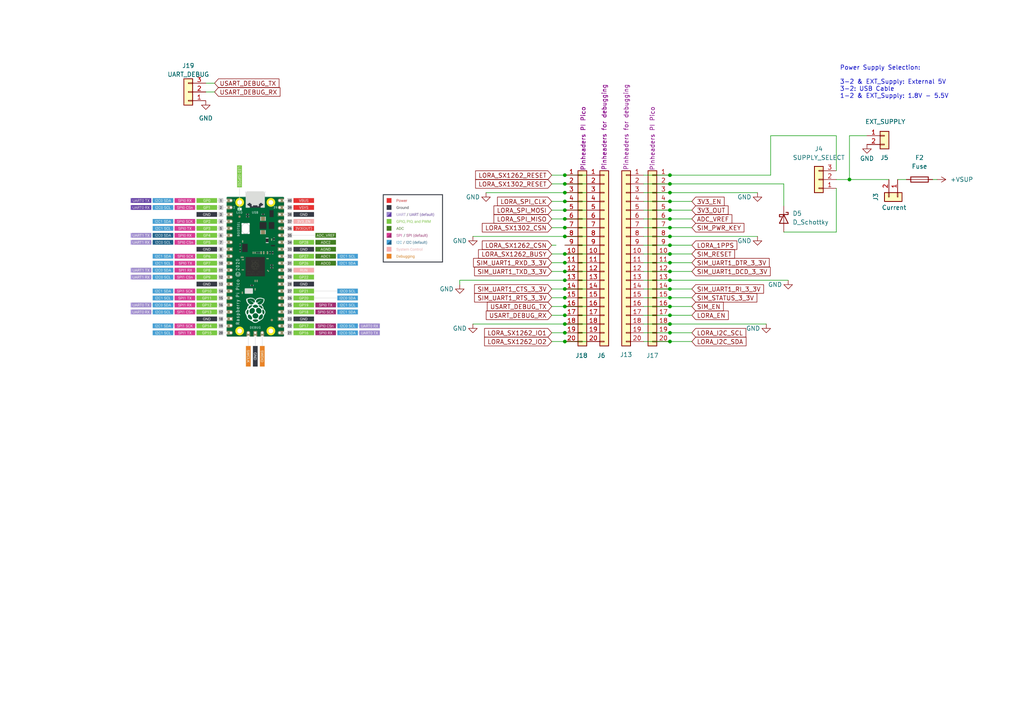
<source format=kicad_sch>
(kicad_sch (version 20231120) (generator "eeschema") (generator_version "8.0")
  (paper "A4")
  (lib_symbols
    (symbol "Connector_Generic:Conn_01x02" (pin_names (offset 1.016) hide)
      (property "Reference" "J" (at 0 2.54 0))
      (property "Value" "Conn_01x02" (at 0 -5.08 0))
      (symbol "Conn_01x02_1_1"
        (rectangle (start -1.27 -2.413) (end 0 -2.667) (stroke (width 0.1524)))
        (rectangle (start -1.27 0.127) (end 0 -0.127) (stroke (width 0.1524)))
        (rectangle (start -1.27 1.27) (end 1.27 -3.81) (stroke (width 0.254)) (fill (type background)))
        (pin passive line (at -5.08 0 0) (length 3.81) (name "Pin_1") (number "1"))
        (pin passive line (at -5.08 -2.54 0) (length 3.81) (name "Pin_2") (number "2"))
      )
    )
    (symbol "Connector_Generic:Conn_01x03" (pin_names (offset 1.016) hide)
      (property "Reference" "J" (at 0 5.08 0))
      (property "Value" "Conn_01x03" (at 0 -5.08 0))
      (symbol "Conn_01x03_1_1"
        (rectangle (start -1.27 -2.413) (end 0 -2.667) (stroke (width 0.1524)))
        (rectangle (start -1.27 0.127) (end 0 -0.127) (stroke (width 0.1524)))
        (rectangle (start -1.27 2.667) (end 0 2.413) (stroke (width 0.1524)))
        (rectangle (start -1.27 3.81) (end 1.27 -3.81) (stroke (width 0.254)) (fill (type background)))
        (pin passive line (at -5.08 2.54 0) (length 3.81) (name "Pin_1") (number "1"))
        (pin passive line (at -5.08 0 0) (length 3.81) (name "Pin_2") (number "2"))
        (pin passive line (at -5.08 -2.54 0) (length 3.81) (name "Pin_3") (number "3"))
      )
    )
    (symbol "Connector_Generic:Conn_01x20" (pin_names (offset 1.016) hide)
      (property "Reference" "J" (at 0 25.4 0))
      (property "Value" "Conn_01x20" (at 0 -27.94 0))
      (symbol "Conn_01x20_1_1"
        (rectangle (start -1.27 -25.273) (end 0 -25.527) (stroke (width 0.1524)))
        (rectangle (start -1.27 -22.733) (end 0 -22.987) (stroke (width 0.1524)))
        (rectangle (start -1.27 -20.193) (end 0 -20.447) (stroke (width 0.1524)))
        (rectangle (start -1.27 -17.653) (end 0 -17.907) (stroke (width 0.1524)))
        (rectangle (start -1.27 -15.113) (end 0 -15.367) (stroke (width 0.1524)))
        (rectangle (start -1.27 -12.573) (end 0 -12.827) (stroke (width 0.1524)))
        (rectangle (start -1.27 -10.033) (end 0 -10.287) (stroke (width 0.1524)))
        (rectangle (start -1.27 -7.493) (end 0 -7.747) (stroke (width 0.1524)))
        (rectangle (start -1.27 -4.953) (end 0 -5.207) (stroke (width 0.1524)))
        (rectangle (start -1.27 -2.413) (end 0 -2.667) (stroke (width 0.1524)))
        (rectangle (start -1.27 0.127) (end 0 -0.127) (stroke (width 0.1524)))
        (rectangle (start -1.27 2.667) (end 0 2.413) (stroke (width 0.1524)))
        (rectangle (start -1.27 5.207) (end 0 4.953) (stroke (width 0.1524)))
        (rectangle (start -1.27 7.747) (end 0 7.493) (stroke (width 0.1524)))
        (rectangle (start -1.27 10.287) (end 0 10.033) (stroke (width 0.1524)))
        (rectangle (start -1.27 12.827) (end 0 12.573) (stroke (width 0.1524)))
        (rectangle (start -1.27 15.367) (end 0 15.113) (stroke (width 0.1524)))
        (rectangle (start -1.27 17.907) (end 0 17.653) (stroke (width 0.1524)))
        (rectangle (start -1.27 20.447) (end 0 20.193) (stroke (width 0.1524)))
        (rectangle (start -1.27 22.987) (end 0 22.733) (stroke (width 0.1524)))
        (rectangle (start -1.27 24.13) (end 1.27 -26.67) (stroke (width 0.254)) (fill (type background)))
        (pin passive line (at -5.08 22.86 0) (length 3.81) (name "Pin_1") (number "1"))
        (pin passive line (at -5.08 0 0) (length 3.81) (name "Pin_10") (number "10"))
        (pin passive line (at -5.08 -2.54 0) (length 3.81) (name "Pin_11") (number "11"))
        (pin passive line (at -5.08 -5.08 0) (length 3.81) (name "Pin_12") (number "12"))
        (pin passive line (at -5.08 -7.62 0) (length 3.81) (name "Pin_13") (number "13"))
        (pin passive line (at -5.08 -10.16 0) (length 3.81) (name "Pin_14") (number "14"))
        (pin passive line (at -5.08 -12.7 0) (length 3.81) (name "Pin_15") (number "15"))
        (pin passive line (at -5.08 -15.24 0) (length 3.81) (name "Pin_16") (number "16"))
        (pin passive line (at -5.08 -17.78 0) (length 3.81) (name "Pin_17") (number "17"))
        (pin passive line (at -5.08 -20.32 0) (length 3.81) (name "Pin_18") (number "18"))
        (pin passive line (at -5.08 -22.86 0) (length 3.81) (name "Pin_19") (number "19"))
        (pin passive line (at -5.08 20.32 0) (length 3.81) (name "Pin_2") (number "2"))
        (pin passive line (at -5.08 -25.4 0) (length 3.81) (name "Pin_20") (number "20"))
        (pin passive line (at -5.08 17.78 0) (length 3.81) (name "Pin_3") (number "3"))
        (pin passive line (at -5.08 15.24 0) (length 3.81) (name "Pin_4") (number "4"))
        (pin passive line (at -5.08 12.7 0) (length 3.81) (name "Pin_5") (number "5"))
        (pin passive line (at -5.08 10.16 0) (length 3.81) (name "Pin_6") (number "6"))
        (pin passive line (at -5.08 7.62 0) (length 3.81) (name "Pin_7") (number "7"))
        (pin passive line (at -5.08 5.08 0) (length 3.81) (name "Pin_8") (number "8"))
        (pin passive line (at -5.08 2.54 0) (length 3.81) (name "Pin_9") (number "9"))
      )
    )
    (symbol "Device:D_Schottky" (pin_numbers hide) (pin_names (offset 1.016) hide)
      (property "Reference" "D" (at 0 2.54 0))
      (property "Value" "D_Schottky" (at 0 -2.54 0))
      (symbol "D_Schottky_0_1"
        (polyline (pts (xy 1.27 0) (xy -1.27 0)))
        (polyline (pts (xy 1.27 1.27) (xy 1.27 -1.27) (xy -1.27 0) (xy 1.27 1.27)) (stroke (width 0.254)))
        (polyline (pts (xy -1.905 0.635) (xy -1.905 1.27) (xy -1.27 1.27) (xy -1.27 -1.27) (xy -0.635 -1.27) (xy -0.635 -0.635)) (stroke (width 0.254)))
      )
      (symbol "D_Schottky_1_1"
        (pin passive line (at -3.81 0 0) (length 2.54) (name "K") (number "1"))
        (pin passive line (at 3.81 0 180) (length 2.54) (name "A") (number "2"))
      )
    )
    (symbol "Device:Fuse" (pin_numbers hide) (pin_names (offset 0))
      (property "Reference" "F" (at 2.032 0 90))
      (property "Value" "Fuse" (at -1.905 0 90))
      (symbol "Fuse_0_1"
        (rectangle (start -0.762 -2.54) (end 0.762 2.54) (stroke (width 0.254)))
        (polyline (pts (xy 0 2.54) (xy 0 -2.54)))
      )
      (symbol "Fuse_1_1"
        (pin passive line (at 0 3.81 270) (length 1.27) (name "~") (number "1"))
        (pin passive line (at 0 -3.81 90) (length 1.27) (name "~") (number "2"))
      )
    )
    (symbol "power:+BATT" (power) (pin_names (offset 0))
      (property "Value" "+BATT" (at 0 3.556 0))
      (symbol "+BATT_0_1"
        (polyline (pts (xy -0.762 1.27) (xy 0 2.54)))
        (polyline (pts (xy 0 0) (xy 0 2.54)))
        (polyline (pts (xy 0 2.54) (xy 0.762 1.27)))
      )
      (symbol "+BATT_1_1"
        (pin power_in line (at 0 0 90) (length 0) hide (name "+BATT") (number "1"))
      )
    )
    (symbol "power:GND" (power) (pin_names (offset 0))
      (property "Value" "GND" (at 0 -3.81 0))
      (symbol "GND_0_1"
        (polyline (pts (xy 0 0) (xy 0 -1.27) (xy 1.27 -1.27) (xy 0 -2.54) (xy -1.27 -1.27) (xy 0 -1.27)))
      )
      (symbol "GND_1_1"
        (pin power_in line (at 0 0 270) (length 0) hide (name "GND") (number "1"))
      )
    )
  )
  (junction (at 194.31 60.96))
  (junction (at 194.31 53.34))
  (junction (at 163.83 88.9))
  (junction (at 163.83 86.36))
  (junction (at 194.31 81.28))
  (junction (at 163.83 96.52))
  (junction (at 194.31 71.12))
  (junction (at 194.31 50.8))
  (junction (at 194.31 63.5))
  (junction (at 163.83 93.98))
  (junction (at 194.31 68.58))
  (junction (at 163.83 66.04))
  (junction (at 163.83 83.82))
  (junction (at 163.83 63.5))
  (junction (at 194.31 58.42))
  (junction (at 194.31 55.88))
  (junction (at 194.31 99.06))
  (junction (at 194.31 73.66))
  (junction (at 163.83 91.44))
  (junction (at 194.31 93.98))
  (junction (at 163.83 50.8))
  (junction (at 194.31 83.82))
  (junction (at 163.83 55.88))
  (junction (at 194.31 66.04))
  (junction (at 163.83 58.42))
  (junction (at 194.31 76.2))
  (junction (at 163.83 78.74))
  (junction (at 163.83 76.2))
  (junction (at 194.31 96.52))
  (junction (at 194.31 78.74))
  (junction (at 163.83 68.58))
  (junction (at 163.83 60.96))
  (junction (at 194.31 88.9))
  (junction (at 246.38 52.07))
  (junction (at 194.31 86.36))
  (junction (at 163.83 99.06))
  (junction (at 194.31 91.44))
  (junction (at 163.83 53.34))
  (junction (at 163.83 73.66))
  (junction (at 163.83 81.28))
  (wire (pts (xy 163.83 71.12) (xy 170.18 71.12)))
  (wire (pts (xy 170.18 60.96) (xy 163.83 60.96)))
  (wire (pts (xy 246.38 52.07) (xy 257.81 52.07)))
  (wire (pts (xy 194.31 60.96) (xy 200.66 60.96)))
  (wire (pts (xy 194.31 96.52) (xy 200.66 96.52)))
  (wire (pts (xy 186.69 88.9) (xy 194.31 88.9)))
  (wire (pts (xy 186.69 58.42) (xy 194.31 58.42)))
  (wire (pts (xy 194.31 63.5) (xy 200.66 63.5)))
  (wire (pts (xy 194.31 55.88) (xy 219.71 55.88)))
  (wire (pts (xy 170.18 53.34) (xy 163.83 53.34)))
  (wire (pts (xy 160.02 66.04) (xy 163.83 66.04)))
  (wire (pts (xy 194.31 86.36) (xy 200.66 86.36)))
  (wire (pts (xy 160.02 71.12) (xy 161.29 71.12)))
  (wire (pts (xy 170.18 83.82) (xy 163.83 83.82)))
  (wire (pts (xy 133.35 81.28) (xy 163.83 81.28)))
  (wire (pts (xy 137.16 93.98) (xy 163.83 93.98)))
  (wire (pts (xy 160.02 88.9) (xy 163.83 88.9)))
  (wire (pts (xy 186.69 78.74) (xy 194.31 78.74)))
  (wire (pts (xy 194.31 73.66) (xy 200.66 73.66)))
  (wire (pts (xy 186.69 68.58) (xy 194.31 68.58)))
  (wire (pts (xy 170.18 91.44) (xy 163.83 91.44)))
  (wire (pts (xy 194.31 68.58) (xy 219.71 68.58)))
  (wire (pts (xy 186.69 50.8) (xy 194.31 50.8)))
  (wire (pts (xy 242.57 54.61) (xy 242.57 67.31)))
  (wire (pts (xy 170.18 93.98) (xy 163.83 93.98)))
  (wire (pts (xy 186.69 99.06) (xy 194.31 99.06)))
  (wire (pts (xy 194.31 99.06) (xy 200.66 99.06)))
  (wire (pts (xy 170.18 50.8) (xy 163.83 50.8)))
  (wire (pts (xy 260.35 52.07) (xy 262.89 52.07)))
  (wire (pts (xy 186.69 71.12) (xy 194.31 71.12)))
  (wire (pts (xy 194.31 50.8) (xy 223.52 50.8)))
  (wire (pts (xy 170.18 66.04) (xy 163.83 66.04)))
  (wire (pts (xy 194.31 76.2) (xy 200.66 76.2)))
  (wire (pts (xy 194.31 88.9) (xy 200.66 88.9)))
  (wire (pts (xy 242.57 67.31) (xy 227.33 67.31)))
  (wire (pts (xy 160.02 63.5) (xy 163.83 63.5)))
  (wire (pts (xy 186.69 83.82) (xy 194.31 83.82)))
  (wire (pts (xy 160.02 58.42) (xy 163.83 58.42)))
  (wire (pts (xy 186.69 81.28) (xy 194.31 81.28)))
  (wire (pts (xy 160.02 76.2) (xy 163.83 76.2)))
  (wire (pts (xy 194.31 66.04) (xy 200.66 66.04)))
  (wire (pts (xy 170.18 86.36) (xy 163.83 86.36)))
  (wire (pts (xy 170.18 58.42) (xy 163.83 58.42)))
  (wire (pts (xy 170.18 96.52) (xy 163.83 96.52)))
  (wire (pts (xy 246.38 39.37) (xy 246.38 52.07)))
  (wire (pts (xy 170.18 55.88) (xy 163.83 55.88)))
  (wire (pts (xy 186.69 66.04) (xy 194.31 66.04)))
  (wire (pts (xy 194.31 83.82) (xy 200.66 83.82)))
  (wire (pts (xy 186.69 60.96) (xy 194.31 60.96)))
  (wire (pts (xy 242.57 39.37) (xy 242.57 49.53)))
  (wire (pts (xy 170.18 78.74) (xy 163.83 78.74)))
  (wire (pts (xy 160.02 73.66) (xy 163.83 73.66)))
  (wire (pts (xy 186.69 86.36) (xy 194.31 86.36)))
  (wire (pts (xy 160.02 53.34) (xy 163.83 53.34)))
  (wire (pts (xy 194.31 53.34) (xy 227.33 53.34)))
  (wire (pts (xy 251.46 39.37) (xy 246.38 39.37)))
  (wire (pts (xy 160.02 50.8) (xy 163.83 50.8)))
  (wire (pts (xy 186.69 91.44) (xy 194.31 91.44)))
  (wire (pts (xy 186.69 63.5) (xy 194.31 63.5)))
  (wire (pts (xy 186.69 55.88) (xy 194.31 55.88)))
  (wire (pts (xy 170.18 88.9) (xy 163.83 88.9)))
  (wire (pts (xy 160.02 91.44) (xy 163.83 91.44)))
  (wire (pts (xy 160.02 99.06) (xy 163.83 99.06)))
  (wire (pts (xy 223.52 39.37) (xy 242.57 39.37)))
  (wire (pts (xy 62.23 24.13) (xy 59.69 24.13)))
  (wire (pts (xy 194.31 81.28) (xy 228.6 81.28)))
  (wire (pts (xy 186.69 53.34) (xy 194.31 53.34)))
  (wire (pts (xy 160.02 60.96) (xy 163.83 60.96)))
  (wire (pts (xy 227.33 53.34) (xy 227.33 59.69)))
  (wire (pts (xy 270.51 52.07) (xy 271.78 52.07)))
  (wire (pts (xy 160.02 86.36) (xy 163.83 86.36)))
  (wire (pts (xy 194.31 58.42) (xy 200.66 58.42)))
  (wire (pts (xy 170.18 81.28) (xy 163.83 81.28)))
  (wire (pts (xy 194.31 91.44) (xy 200.66 91.44)))
  (wire (pts (xy 170.18 73.66) (xy 163.83 73.66)))
  (wire (pts (xy 170.18 68.58) (xy 163.83 68.58)))
  (wire (pts (xy 186.69 73.66) (xy 194.31 73.66)))
  (wire (pts (xy 186.69 96.52) (xy 194.31 96.52)))
  (wire (pts (xy 194.31 78.74) (xy 200.66 78.74)))
  (wire (pts (xy 194.31 71.12) (xy 200.66 71.12)))
  (wire (pts (xy 137.16 68.58) (xy 163.83 68.58)))
  (wire (pts (xy 170.18 76.2) (xy 163.83 76.2)))
  (wire (pts (xy 223.52 50.8) (xy 223.52 39.37)))
  (wire (pts (xy 186.69 76.2) (xy 194.31 76.2)))
  (wire (pts (xy 133.35 82.55) (xy 133.35 81.28)))
  (wire (pts (xy 170.18 99.06) (xy 163.83 99.06)))
  (wire (pts (xy 140.97 55.88) (xy 163.83 55.88)))
  (wire (pts (xy 194.31 93.98) (xy 222.25 93.98)))
  (wire (pts (xy 170.18 63.5) (xy 163.83 63.5)))
  (wire (pts (xy 59.69 26.67) (xy 62.23 26.67)))
  (wire (pts (xy 160.02 96.52) (xy 163.83 96.52)))
  (wire (pts (xy 242.57 52.07) (xy 246.38 52.07)))
  (wire (pts (xy 160.02 78.74) (xy 163.83 78.74)))
  (wire (pts (xy 160.02 83.82) (xy 163.83 83.82)))
  (wire (pts (xy 186.69 93.98) (xy 194.31 93.98)))
  (image (at 83.82 76.2) (scale 0.203907))
  (text "Power Supply Selection:\n\n3-2 & EXT_Supply: External 5V\n3-2: USB Cable\n1-2 & EXT_Supply: 1.8V - 5.5V" (at 243.586 23.876 0) (effects (font (size 1.27 1.27)) (justify left)))
  (global_label "USART_DEBUG_TX" (shape input) (at 62.23 24.13 0) (property "Intersheetrefs" "${INTERSHEET_REFS}" (effects (hide yes))))
  (global_label "SIM_PWR_KEY" (shape input) (at 200.66 66.04 0) (property "Intersheetrefs" "${INTERSHEET_REFS}" (effects (hide yes))))
  (global_label "SIM_UART1_TXD_3_3V" (shape input) (at 160.02 78.74 180) (property "Intersheetrefs" "${INTERSHEET_REFS}" (effects (hide yes))))
  (global_label "SIM_UART1_CTS_3_3V" (shape input) (at 160.02 83.82 180) (property "Intersheetrefs" "${INTERSHEET_REFS}" (effects (hide yes))))
  (global_label "ADC_VREF" (shape input) (at 200.66 63.5 0) (property "Intersheetrefs" "${INTERSHEET_REFS}" (effects (hide yes))))
  (global_label "SIM_STATUS_3_3V" (shape input) (at 200.66 86.36 0) (property "Intersheetrefs" "${INTERSHEET_REFS}" (effects (hide yes))))
  (global_label "3V3_EN" (shape input) (at 200.66 58.42 0) (property "Intersheetrefs" "${INTERSHEET_REFS}" (effects (hide yes))))
  (global_label "USART_DEBUG_TX" (shape input) (at 160.02 88.9 180) (property "Intersheetrefs" "${INTERSHEET_REFS}" (effects (hide yes))))
  (global_label "LORA_SX1262_CSN" (shape input) (at 160.02 71.12 180) (property "Intersheetrefs" "${INTERSHEET_REFS}" (effects (hide yes))))
  (global_label "LORA_SX1302_CSN" (shape input) (at 160.02 66.04 180) (property "Intersheetrefs" "${INTERSHEET_REFS}" (effects (hide yes))))
  (global_label "LORA_SPI_CLK" (shape input) (at 160.02 58.42 180) (property "Intersheetrefs" "${INTERSHEET_REFS}" (effects (hide yes))))
  (global_label "LORA_SX1262_BUSY" (shape input) (at 160.02 73.66 180) (property "Intersheetrefs" "${INTERSHEET_REFS}" (effects (hide yes))))
  (global_label "SIM_UART1_RI_3_3V" (shape input) (at 200.66 83.82 0) (property "Intersheetrefs" "${INTERSHEET_REFS}" (effects (hide yes))))
  (global_label "SIM_UART1_RXD_3_3V" (shape input) (at 160.02 76.2 180) (property "Intersheetrefs" "${INTERSHEET_REFS}" (effects (hide yes))))
  (global_label "SIM_UART1_RTS_3_3V" (shape input) (at 160.02 86.36 180) (property "Intersheetrefs" "${INTERSHEET_REFS}" (effects (hide yes))))
  (global_label "LORA_I2C_SDA" (shape input) (at 200.66 99.06 0) (property "Intersheetrefs" "${INTERSHEET_REFS}" (effects (hide yes))))
  (global_label "LORA_SPI_MISO" (shape input) (at 160.02 63.5 180) (property "Intersheetrefs" "${INTERSHEET_REFS}" (effects (hide yes))))
  (global_label "SIM_RESET" (shape input) (at 200.66 73.66 0) (property "Intersheetrefs" "${INTERSHEET_REFS}" (effects (hide yes))))
  (global_label "3V3_OUT" (shape input) (at 200.66 60.96 0) (property "Intersheetrefs" "${INTERSHEET_REFS}" (effects (hide yes))))
  (global_label "LORA_I2C_SCL" (shape input) (at 200.66 96.52 0) (property "Intersheetrefs" "${INTERSHEET_REFS}" (effects (hide yes))))
  (global_label "LORA_SX1262_IO2" (shape input) (at 160.02 99.06 180) (property "Intersheetrefs" "${INTERSHEET_REFS}" (effects (hide yes))))
  (global_label "LORA_EN" (shape input) (at 200.66 91.44 0) (property "Intersheetrefs" "${INTERSHEET_REFS}" (effects (hide yes))))
  (global_label "LORA_SX1262_IO1" (shape input) (at 160.02 96.52 180) (property "Intersheetrefs" "${INTERSHEET_REFS}" (effects (hide yes))))
  (global_label "USART_DEBUG_RX" (shape input) (at 62.23 26.67 0) (property "Intersheetrefs" "${INTERSHEET_REFS}" (effects (hide yes))))
  (global_label "LORA_SPI_MOSI" (shape input) (at 160.02 60.96 180) (property "Intersheetrefs" "${INTERSHEET_REFS}" (effects (hide yes))))
  (global_label "LORA_SX1302_RESET" (shape input) (at 160.02 53.34 180) (property "Intersheetrefs" "${INTERSHEET_REFS}" (effects (hide yes))))
  (global_label "SIM_UART1_DCD_3_3V" (shape input) (at 200.66 78.74 0) (property "Intersheetrefs" "${INTERSHEET_REFS}" (effects (hide yes))))
  (global_label "LORA_1PPS" (shape input) (at 200.66 71.12 0) (property "Intersheetrefs" "${INTERSHEET_REFS}" (effects (hide yes))))
  (global_label "SIM_UART1_DTR_3_3V" (shape input) (at 200.66 76.2 0) (property "Intersheetrefs" "${INTERSHEET_REFS}" (effects (hide yes))))
  (global_label "SIM_EN" (shape input) (at 200.66 88.9 0) (property "Intersheetrefs" "${INTERSHEET_REFS}" (effects (hide yes))))
  (global_label "LORA_SX1262_RESET" (shape input) (at 160.02 50.8 180) (property "Intersheetrefs" "${INTERSHEET_REFS}" (effects (hide yes))))
  (global_label "USART_DEBUG_RX" (shape input) (at 160.02 91.44 180) (property "Intersheetrefs" "${INTERSHEET_REFS}" (effects (hide yes))))
  (symbol (lib_id "Connector_Generic:Conn_01x02") (at 260.35 57.15 270) (unit 1)
    (property "Reference" "J3" (at 254 57.15 0))
    (property "Value" "Current" (at 259.334 60.198 90))
    (property "Footprint" "Connector_PinHeader_2.54mm:PinHeader_1x02_P2.54mm_Vertical" (effects (hide yes)))
  )
  (symbol (lib_id "power:GND") (at 219.71 55.88 0) (unit 1)
    (property "Reference" "#PWR060" (effects (hide yes)))
    (property "Value" "GND" (at 215.9 57.15 0))
  )
  (symbol (lib_id "power:GND") (at 251.46 41.91 0) (unit 1)
    (property "Reference" "#PWR016" (effects (hide yes)))
    (property "Value" "GND" (at 251.46 45.974 0))
  )
  (symbol (lib_id "power:GND") (at 222.25 93.98 0) (unit 1)
    (property "Reference" "#PWR054" (effects (hide yes)))
    (property "Value" "GND" (at 218.44 95.25 0))
  )
  (symbol (lib_id "Connector_Generic:Conn_01x02") (at 256.54 39.37 0) (unit 1)
    (property "Reference" "J5" (at 256.54 45.72 0))
    (property "Value" "EXT_SUPPLY" (at 256.794 35.306 0))
    (property "Footprint" "Connector_PinHeader_2.54mm:PinHeader_1x02_P2.54mm_Vertical" (effects (hide yes)))
  )
  (symbol (lib_id "Connector_Generic:Conn_01x03") (at 237.49 52.07 180) (unit 1)
    (property "Reference" "J4" (at 237.49 43.18 0))
    (property "Value" "SUPPLY_SELECT" (at 237.49 45.72 0))
    (property "Footprint" "Connector_PinHeader_2.54mm:PinHeader_1x03_P2.54mm_Vertical" (effects (hide yes)))
  )
  (symbol (lib_id "power:GND") (at 219.71 68.58 0) (unit 1)
    (property "Reference" "#PWR061" (effects (hide yes)))
    (property "Value" "GND" (at 215.9 69.85 0))
  )
  (symbol (lib_id "Connector_Generic:Conn_01x20") (at 181.61 73.66 0) (mirror y) (unit 1)
    (property "Reference" "J13" (at 183.388 102.87 0) (effects (justify left)))
    (property "Value" "Conn_01x20" (effects (hide yes)))
    (property "Footprint" "Connector_PinHeader_2.54mm:PinHeader_1x20_P2.54mm_Vertical" (effects (hide yes)))
    (property "Description" "Pinheaders for debugging" (at 181.61 36.83 90))
  )
  (symbol (lib_id "power:GND") (at 228.6 81.28 0) (unit 1)
    (property "Reference" "#PWR062" (effects (hide yes)))
    (property "Value" "GND" (at 224.79 82.55 0))
  )
  (symbol (lib_id "power:GND") (at 140.97 55.88 0) (unit 1)
    (property "Reference" "#PWR057" (effects (hide yes)))
    (property "Value" "GND" (at 137.16 57.15 0))
  )
  (symbol (lib_id "power:GND") (at 137.16 68.58 0) (unit 1)
    (property "Reference" "#PWR058" (effects (hide yes)))
    (property "Value" "GND" (at 133.35 69.85 0))
  )
  (symbol (lib_id "Connector_Generic:Conn_01x03") (at 54.61 26.67 180) (unit 1)
    (property "Reference" "J19" (at 54.61 19.05 0))
    (property "Value" "UART_DEBUG" (at 54.61 21.59 0))
    (property "Footprint" "Connector_PinHeader_2.54mm:PinHeader_1x03_P2.54mm_Vertical" (effects (hide yes)))
  )
  (symbol (lib_id "Device:Fuse") (at 266.7 52.07 90) (unit 1)
    (property "Reference" "F2" (at 266.7 45.72 90))
    (property "Value" "Fuse" (at 266.7 48.26 90))
    (property "Footprint" "Fuse:Fuse_1206_3216Metric" (effects (hide yes)))
  )
  (symbol (lib_id "power:GND") (at 59.69 29.21 0) (unit 1)
    (property "Reference" "#PWR063" (effects (hide yes)))
    (property "Value" "GND" (at 59.69 34.29 0))
  )
  (symbol (lib_id "Device:D_Schottky") (at 227.33 63.5 270) (unit 1)
    (property "Reference" "D5" (at 229.87 61.9124 90) (effects (justify left)))
    (property "Value" "D_Schottky" (at 229.87 64.4524 90) (effects (justify left)))
    (property "Footprint" "Diode_SMD:D_SOD-123" (effects (hide yes)))
    (property "Description" "Schottky diode" (effects (hide yes)))
  )
  (symbol (lib_id "Connector_Generic:Conn_01x20") (at 189.23 73.66 0) (mirror y) (unit 1)
    (property "Reference" "J17" (at 189.23 103.124 0))
    (property "Value" "Conn_01x20" (effects (hide yes)))
    (property "Footprint" "Connector_PinHeader_2.54mm:PinHeader_1x20_P2.54mm_Vertical" (effects (hide yes)))
    (property "Description" "Pinheaders PI Pico" (at 189.23 40.132 90))
  )
  (symbol (lib_id "Connector_Generic:Conn_01x20") (at 175.26 73.66 0) (unit 1)
    (property "Reference" "J6" (at 173.228 103.124 0) (effects (justify left)))
    (property "Value" "Conn_01x20" (effects (hide yes)))
    (property "Footprint" "Connector_PinHeader_2.54mm:PinHeader_1x20_P2.54mm_Vertical" (effects (hide yes)))
    (property "Description" "Pinheaders for debugging" (at 175.26 36.83 90))
  )
  (symbol (lib_id "power:GND") (at 137.16 93.98 0) (unit 1)
    (property "Reference" "#PWR056" (effects (hide yes)))
    (property "Value" "GND" (at 133.35 95.25 0))
  )
  (symbol (lib_id "power:+BATT") (at 271.78 52.07 270) (unit 1)
    (property "Reference" "#PWR015" (effects (hide yes)))
    (property "Value" "+VSUP" (at 275.59 52.0699 90) (effects (justify left)))
  )
  (symbol (lib_id "power:GND") (at 133.35 82.55 0) (unit 1)
    (property "Reference" "#PWR059" (effects (hide yes)))
    (property "Value" "GND" (at 129.54 83.82 0))
  )
  (symbol (lib_id "Connector_Generic:Conn_01x20") (at 168.91 73.66 0) (unit 1)
    (property "Reference" "J18" (at 166.878 103.124 0) (effects (justify left)))
    (property "Value" "Conn_01x20" (effects (hide yes)))
    (property "Footprint" "Connector_PinHeader_2.54mm:PinHeader_1x20_P2.54mm_Vertical" (effects (hide yes)))
    (property "Description" "Pinheaders PI Pico" (at 169.164 40.132 90))
  )
)
</source>
